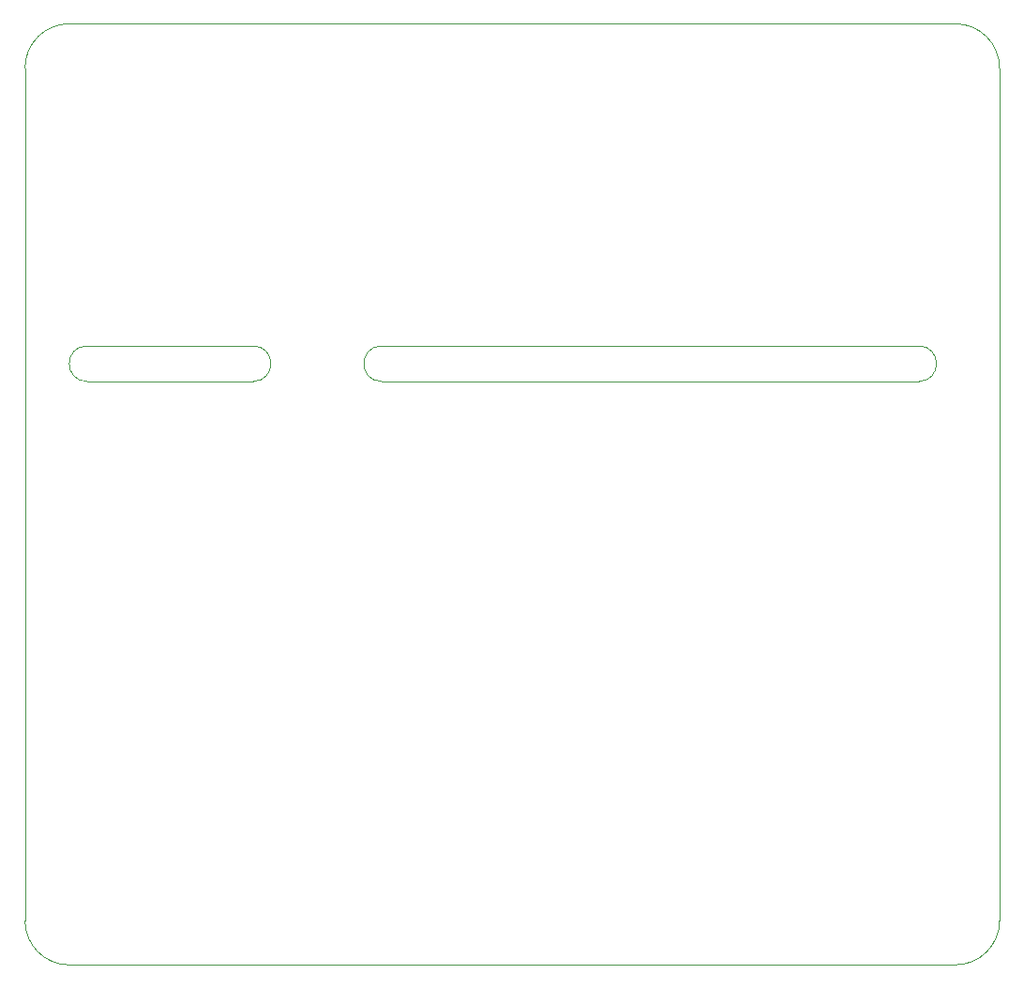
<source format=gbr>
%TF.GenerationSoftware,KiCad,Pcbnew,(6.0.0)*%
%TF.CreationDate,2022-05-15T20:33:26+08:00*%
%TF.ProjectId,Solder-Reflow-Plate-ESP32,536f6c64-6572-42d5-9265-666c6f772d50,rev?*%
%TF.SameCoordinates,Original*%
%TF.FileFunction,Profile,NP*%
%FSLAX46Y46*%
G04 Gerber Fmt 4.6, Leading zero omitted, Abs format (unit mm)*
G04 Created by KiCad (PCBNEW (6.0.0)) date 2022-05-15 20:33:26*
%MOMM*%
%LPD*%
G01*
G04 APERTURE LIST*
%TA.AperFunction,Profile*%
%ADD10C,0.100000*%
%TD*%
G04 APERTURE END LIST*
D10*
X95600000Y-84100000D02*
G75*
G03*
X95600000Y-87300000I0J-1600000D01*
G01*
X90000000Y-136000000D02*
X90000000Y-59000000D01*
X174000000Y-140000000D02*
G75*
G03*
X178000000Y-136000000I0J4000000D01*
G01*
X95600000Y-84100000D02*
X110600000Y-84100000D01*
X178000000Y-59000000D02*
G75*
G03*
X174000000Y-55000000I-4000000J0D01*
G01*
X94000000Y-55000000D02*
G75*
G03*
X90000000Y-59000000I0J-4000000D01*
G01*
X170700000Y-87300000D02*
G75*
G03*
X170700000Y-84100000I0J1600000D01*
G01*
X122200000Y-84100000D02*
X170700000Y-84100000D01*
X90000000Y-136000000D02*
G75*
G03*
X94000000Y-140000000I4000000J0D01*
G01*
X122200000Y-87300000D02*
X170700000Y-87300000D01*
X110600000Y-87300000D02*
G75*
G03*
X110600000Y-84100000I0J1600000D01*
G01*
X174000000Y-140000000D02*
X94000000Y-140000000D01*
X178000000Y-59000000D02*
X178000000Y-136000000D01*
X94000000Y-55000000D02*
X174000000Y-55000000D01*
X95600000Y-87300000D02*
X110600000Y-87300000D01*
X122200000Y-84100000D02*
G75*
G03*
X122200000Y-87300000I0J-1600000D01*
G01*
M02*

</source>
